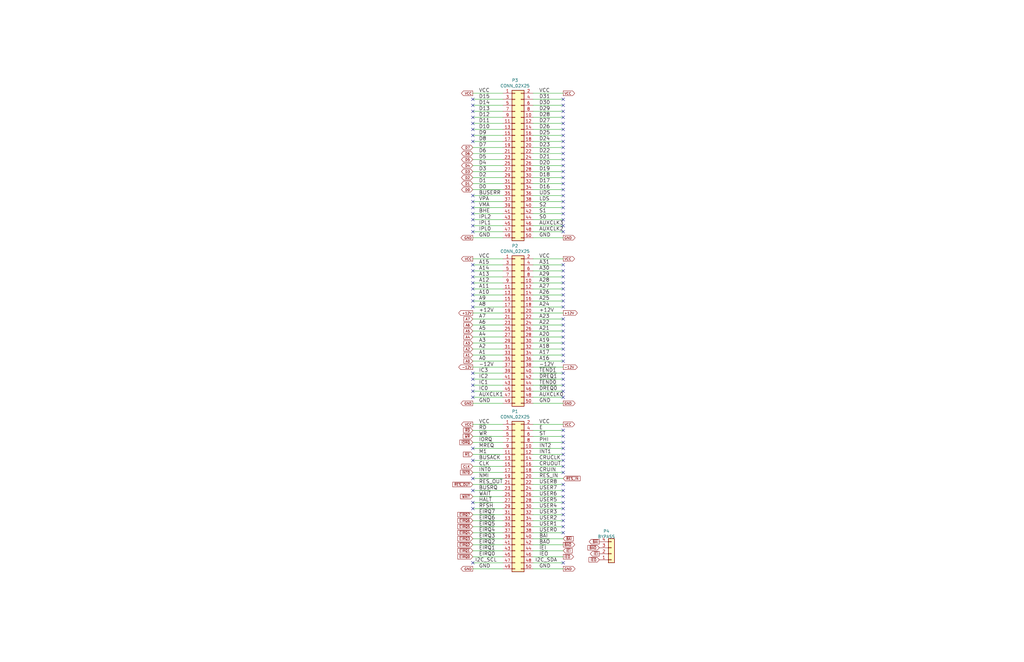
<source format=kicad_sch>
(kicad_sch (version 20211123) (generator eeschema)
  (paper "B")
  (lib_symbols
    (symbol "Connector_Generic:Conn_01x04" (pin_names (offset 1.016) hide)
      (property "Reference" "J" (at 0 5.08 0))
      (property "Value" "Conn_01x04" (at 0 -7.62 0))
      (symbol "Conn_01x04_1_1"
        (rectangle (start -1.27 -4.953) (end 0 -5.207) (stroke (width 0.1524)))
        (rectangle (start -1.27 -2.413) (end 0 -2.667) (stroke (width 0.1524)))
        (rectangle (start -1.27 0.127) (end 0 -0.127) (stroke (width 0.1524)))
        (rectangle (start -1.27 2.667) (end 0 2.413) (stroke (width 0.1524)))
        (rectangle (start -1.27 3.81) (end 1.27 -6.35) (stroke (width 0.254)) (fill (type background)))
        (pin passive line (at -5.08 2.54 0) (length 3.81) (name "Pin_1") (number "1"))
        (pin passive line (at -5.08 0 0) (length 3.81) (name "Pin_2") (number "2"))
        (pin passive line (at -5.08 -2.54 0) (length 3.81) (name "Pin_3") (number "3"))
        (pin passive line (at -5.08 -5.08 0) (length 3.81) (name "Pin_4") (number "4"))
      )
    )
    (symbol "Connector_Generic:Conn_02x25_Odd_Even" (pin_names (offset 1.016) hide)
      (property "Reference" "J" (at 1.27 33.02 0))
      (property "Value" "Conn_02x25_Odd_Even" (at 1.27 -33.02 0))
      (symbol "Conn_02x25_Odd_Even_1_1"
        (rectangle (start -1.27 -30.353) (end 0 -30.607) (stroke (width 0.1524)))
        (rectangle (start -1.27 -27.813) (end 0 -28.067) (stroke (width 0.1524)))
        (rectangle (start -1.27 -25.273) (end 0 -25.527) (stroke (width 0.1524)))
        (rectangle (start -1.27 -22.733) (end 0 -22.987) (stroke (width 0.1524)))
        (rectangle (start -1.27 -20.193) (end 0 -20.447) (stroke (width 0.1524)))
        (rectangle (start -1.27 -17.653) (end 0 -17.907) (stroke (width 0.1524)))
        (rectangle (start -1.27 -15.113) (end 0 -15.367) (stroke (width 0.1524)))
        (rectangle (start -1.27 -12.573) (end 0 -12.827) (stroke (width 0.1524)))
        (rectangle (start -1.27 -10.033) (end 0 -10.287) (stroke (width 0.1524)))
        (rectangle (start -1.27 -7.493) (end 0 -7.747) (stroke (width 0.1524)))
        (rectangle (start -1.27 -4.953) (end 0 -5.207) (stroke (width 0.1524)))
        (rectangle (start -1.27 -2.413) (end 0 -2.667) (stroke (width 0.1524)))
        (rectangle (start -1.27 0.127) (end 0 -0.127) (stroke (width 0.1524)))
        (rectangle (start -1.27 2.667) (end 0 2.413) (stroke (width 0.1524)))
        (rectangle (start -1.27 5.207) (end 0 4.953) (stroke (width 0.1524)))
        (rectangle (start -1.27 7.747) (end 0 7.493) (stroke (width 0.1524)))
        (rectangle (start -1.27 10.287) (end 0 10.033) (stroke (width 0.1524)))
        (rectangle (start -1.27 12.827) (end 0 12.573) (stroke (width 0.1524)))
        (rectangle (start -1.27 15.367) (end 0 15.113) (stroke (width 0.1524)))
        (rectangle (start -1.27 17.907) (end 0 17.653) (stroke (width 0.1524)))
        (rectangle (start -1.27 20.447) (end 0 20.193) (stroke (width 0.1524)))
        (rectangle (start -1.27 22.987) (end 0 22.733) (stroke (width 0.1524)))
        (rectangle (start -1.27 25.527) (end 0 25.273) (stroke (width 0.1524)))
        (rectangle (start -1.27 28.067) (end 0 27.813) (stroke (width 0.1524)))
        (rectangle (start -1.27 30.607) (end 0 30.353) (stroke (width 0.1524)))
        (rectangle (start -1.27 31.75) (end 3.81 -31.75) (stroke (width 0.254)) (fill (type background)))
        (rectangle (start 3.81 -30.353) (end 2.54 -30.607) (stroke (width 0.1524)))
        (rectangle (start 3.81 -27.813) (end 2.54 -28.067) (stroke (width 0.1524)))
        (rectangle (start 3.81 -25.273) (end 2.54 -25.527) (stroke (width 0.1524)))
        (rectangle (start 3.81 -22.733) (end 2.54 -22.987) (stroke (width 0.1524)))
        (rectangle (start 3.81 -20.193) (end 2.54 -20.447) (stroke (width 0.1524)))
        (rectangle (start 3.81 -17.653) (end 2.54 -17.907) (stroke (width 0.1524)))
        (rectangle (start 3.81 -15.113) (end 2.54 -15.367) (stroke (width 0.1524)))
        (rectangle (start 3.81 -12.573) (end 2.54 -12.827) (stroke (width 0.1524)))
        (rectangle (start 3.81 -10.033) (end 2.54 -10.287) (stroke (width 0.1524)))
        (rectangle (start 3.81 -7.493) (end 2.54 -7.747) (stroke (width 0.1524)))
        (rectangle (start 3.81 -4.953) (end 2.54 -5.207) (stroke (width 0.1524)))
        (rectangle (start 3.81 -2.413) (end 2.54 -2.667) (stroke (width 0.1524)))
        (rectangle (start 3.81 0.127) (end 2.54 -0.127) (stroke (width 0.1524)))
        (rectangle (start 3.81 2.667) (end 2.54 2.413) (stroke (width 0.1524)))
        (rectangle (start 3.81 5.207) (end 2.54 4.953) (stroke (width 0.1524)))
        (rectangle (start 3.81 7.747) (end 2.54 7.493) (stroke (width 0.1524)))
        (rectangle (start 3.81 10.287) (end 2.54 10.033) (stroke (width 0.1524)))
        (rectangle (start 3.81 12.827) (end 2.54 12.573) (stroke (width 0.1524)))
        (rectangle (start 3.81 15.367) (end 2.54 15.113) (stroke (width 0.1524)))
        (rectangle (start 3.81 17.907) (end 2.54 17.653) (stroke (width 0.1524)))
        (rectangle (start 3.81 20.447) (end 2.54 20.193) (stroke (width 0.1524)))
        (rectangle (start 3.81 22.987) (end 2.54 22.733) (stroke (width 0.1524)))
        (rectangle (start 3.81 25.527) (end 2.54 25.273) (stroke (width 0.1524)))
        (rectangle (start 3.81 28.067) (end 2.54 27.813) (stroke (width 0.1524)))
        (rectangle (start 3.81 30.607) (end 2.54 30.353) (stroke (width 0.1524)))
        (pin passive line (at -5.08 30.48 0) (length 3.81) (name "Pin_1") (number "1"))
        (pin passive line (at 7.62 20.32 180) (length 3.81) (name "Pin_10") (number "10"))
        (pin passive line (at -5.08 17.78 0) (length 3.81) (name "Pin_11") (number "11"))
        (pin passive line (at 7.62 17.78 180) (length 3.81) (name "Pin_12") (number "12"))
        (pin passive line (at -5.08 15.24 0) (length 3.81) (name "Pin_13") (number "13"))
        (pin passive line (at 7.62 15.24 180) (length 3.81) (name "Pin_14") (number "14"))
        (pin passive line (at -5.08 12.7 0) (length 3.81) (name "Pin_15") (number "15"))
        (pin passive line (at 7.62 12.7 180) (length 3.81) (name "Pin_16") (number "16"))
        (pin passive line (at -5.08 10.16 0) (length 3.81) (name "Pin_17") (number "17"))
        (pin passive line (at 7.62 10.16 180) (length 3.81) (name "Pin_18") (number "18"))
        (pin passive line (at -5.08 7.62 0) (length 3.81) (name "Pin_19") (number "19"))
        (pin passive line (at 7.62 30.48 180) (length 3.81) (name "Pin_2") (number "2"))
        (pin passive line (at 7.62 7.62 180) (length 3.81) (name "Pin_20") (number "20"))
        (pin passive line (at -5.08 5.08 0) (length 3.81) (name "Pin_21") (number "21"))
        (pin passive line (at 7.62 5.08 180) (length 3.81) (name "Pin_22") (number "22"))
        (pin passive line (at -5.08 2.54 0) (length 3.81) (name "Pin_23") (number "23"))
        (pin passive line (at 7.62 2.54 180) (length 3.81) (name "Pin_24") (number "24"))
        (pin passive line (at -5.08 0 0) (length 3.81) (name "Pin_25") (number "25"))
        (pin passive line (at 7.62 0 180) (length 3.81) (name "Pin_26") (number "26"))
        (pin passive line (at -5.08 -2.54 0) (length 3.81) (name "Pin_27") (number "27"))
        (pin passive line (at 7.62 -2.54 180) (length 3.81) (name "Pin_28") (number "28"))
        (pin passive line (at -5.08 -5.08 0) (length 3.81) (name "Pin_29") (number "29"))
        (pin passive line (at -5.08 27.94 0) (length 3.81) (name "Pin_3") (number "3"))
        (pin passive line (at 7.62 -5.08 180) (length 3.81) (name "Pin_30") (number "30"))
        (pin passive line (at -5.08 -7.62 0) (length 3.81) (name "Pin_31") (number "31"))
        (pin passive line (at 7.62 -7.62 180) (length 3.81) (name "Pin_32") (number "32"))
        (pin passive line (at -5.08 -10.16 0) (length 3.81) (name "Pin_33") (number "33"))
        (pin passive line (at 7.62 -10.16 180) (length 3.81) (name "Pin_34") (number "34"))
        (pin passive line (at -5.08 -12.7 0) (length 3.81) (name "Pin_35") (number "35"))
        (pin passive line (at 7.62 -12.7 180) (length 3.81) (name "Pin_36") (number "36"))
        (pin passive line (at -5.08 -15.24 0) (length 3.81) (name "Pin_37") (number "37"))
        (pin passive line (at 7.62 -15.24 180) (length 3.81) (name "Pin_38") (number "38"))
        (pin passive line (at -5.08 -17.78 0) (length 3.81) (name "Pin_39") (number "39"))
        (pin passive line (at 7.62 27.94 180) (length 3.81) (name "Pin_4") (number "4"))
        (pin passive line (at 7.62 -17.78 180) (length 3.81) (name "Pin_40") (number "40"))
        (pin passive line (at -5.08 -20.32 0) (length 3.81) (name "Pin_41") (number "41"))
        (pin passive line (at 7.62 -20.32 180) (length 3.81) (name "Pin_42") (number "42"))
        (pin passive line (at -5.08 -22.86 0) (length 3.81) (name "Pin_43") (number "43"))
        (pin passive line (at 7.62 -22.86 180) (length 3.81) (name "Pin_44") (number "44"))
        (pin passive line (at -5.08 -25.4 0) (length 3.81) (name "Pin_45") (number "45"))
        (pin passive line (at 7.62 -25.4 180) (length 3.81) (name "Pin_46") (number "46"))
        (pin passive line (at -5.08 -27.94 0) (length 3.81) (name "Pin_47") (number "47"))
        (pin passive line (at 7.62 -27.94 180) (length 3.81) (name "Pin_48") (number "48"))
        (pin passive line (at -5.08 -30.48 0) (length 3.81) (name "Pin_49") (number "49"))
        (pin passive line (at -5.08 25.4 0) (length 3.81) (name "Pin_5") (number "5"))
        (pin passive line (at 7.62 -30.48 180) (length 3.81) (name "Pin_50") (number "50"))
        (pin passive line (at 7.62 25.4 180) (length 3.81) (name "Pin_6") (number "6"))
        (pin passive line (at -5.08 22.86 0) (length 3.81) (name "Pin_7") (number "7"))
        (pin passive line (at 7.62 22.86 180) (length 3.81) (name "Pin_8") (number "8"))
        (pin passive line (at -5.08 20.32 0) (length 3.81) (name "Pin_9") (number "9"))
      )
    )
  )
  (no_connect (at 199.39 90.17))
  (no_connect (at 237.49 196.85))
  (no_connect (at 237.49 162.56))
  (no_connect (at 237.49 46.99))
  (no_connect (at 199.39 167.64))
  (no_connect (at 237.49 59.69))
  (no_connect (at 199.39 85.09))
  (no_connect (at 237.49 77.47))
  (no_connect (at 199.39 54.61))
  (no_connect (at 237.49 111.76))
  (no_connect (at 199.39 121.92))
  (no_connect (at 199.39 212.09))
  (no_connect (at 237.49 237.49))
  (no_connect (at 237.49 142.24))
  (no_connect (at 237.49 191.77))
  (no_connect (at 237.49 69.85))
  (no_connect (at 237.49 67.31))
  (no_connect (at 199.39 189.23))
  (no_connect (at 237.49 212.09))
  (no_connect (at 237.49 139.7))
  (no_connect (at 199.39 116.84))
  (no_connect (at 237.49 64.77))
  (no_connect (at 199.39 97.79))
  (no_connect (at 237.49 119.38))
  (no_connect (at 237.49 186.69))
  (no_connect (at 237.49 127))
  (no_connect (at 237.49 157.48))
  (no_connect (at 237.49 160.02))
  (no_connect (at 199.39 207.01))
  (no_connect (at 199.39 52.07))
  (no_connect (at 199.39 124.46))
  (no_connect (at 199.39 119.38))
  (no_connect (at 237.49 181.61))
  (no_connect (at 199.39 49.53))
  (no_connect (at 237.49 184.15))
  (no_connect (at 199.39 59.69))
  (no_connect (at 199.39 41.91))
  (no_connect (at 199.39 160.02))
  (no_connect (at 237.49 116.84))
  (no_connect (at 237.49 54.61))
  (no_connect (at 199.39 157.48))
  (no_connect (at 199.39 165.1))
  (no_connect (at 237.49 52.07))
  (no_connect (at 199.39 201.93))
  (no_connect (at 237.49 214.63))
  (no_connect (at 237.49 114.3))
  (no_connect (at 237.49 152.4))
  (no_connect (at 237.49 74.93))
  (no_connect (at 199.39 129.54))
  (no_connect (at 199.39 57.15))
  (no_connect (at 237.49 165.1))
  (no_connect (at 237.49 217.17))
  (no_connect (at 199.39 46.99))
  (no_connect (at 237.49 57.15))
  (no_connect (at 237.49 189.23))
  (no_connect (at 237.49 62.23))
  (no_connect (at 237.49 72.39))
  (no_connect (at 237.49 224.79))
  (no_connect (at 199.39 214.63))
  (no_connect (at 237.49 97.79))
  (no_connect (at 237.49 90.17))
  (no_connect (at 237.49 219.71))
  (no_connect (at 237.49 49.53))
  (no_connect (at 237.49 194.31))
  (no_connect (at 199.39 92.71))
  (no_connect (at 199.39 127))
  (no_connect (at 199.39 87.63))
  (no_connect (at 199.39 114.3))
  (no_connect (at 237.49 92.71))
  (no_connect (at 237.49 209.55))
  (no_connect (at 199.39 44.45))
  (no_connect (at 237.49 204.47))
  (no_connect (at 237.49 85.09))
  (no_connect (at 237.49 95.25))
  (no_connect (at 237.49 80.01))
  (no_connect (at 237.49 207.01))
  (no_connect (at 237.49 82.55))
  (no_connect (at 237.49 147.32))
  (no_connect (at 237.49 222.25))
  (no_connect (at 237.49 199.39))
  (no_connect (at 237.49 87.63))
  (no_connect (at 199.39 194.31))
  (no_connect (at 199.39 111.76))
  (no_connect (at 237.49 129.54))
  (no_connect (at 199.39 82.55))
  (no_connect (at 199.39 95.25))
  (no_connect (at 237.49 41.91))
  (no_connect (at 237.49 121.92))
  (no_connect (at 237.49 44.45))
  (no_connect (at 237.49 137.16))
  (no_connect (at 237.49 149.86))
  (no_connect (at 237.49 144.78))
  (no_connect (at 199.39 237.49))
  (no_connect (at 237.49 134.62))
  (no_connect (at 199.39 162.56))
  (no_connect (at 237.49 167.64))
  (no_connect (at 237.49 124.46))
  (wire (pts (xy 224.79 224.79) (xy 237.49 224.79)))
  (wire (pts (xy 199.39 224.79) (xy 212.09 224.79)))
  (wire (pts (xy 224.79 77.47) (xy 237.49 77.47)))
  (wire (pts (xy 199.39 54.61) (xy 212.09 54.61)))
  (wire (pts (xy 199.39 209.55) (xy 212.09 209.55)))
  (wire (pts (xy 224.79 207.01) (xy 237.49 207.01)))
  (wire (pts (xy 199.39 137.16) (xy 212.09 137.16)))
  (wire (pts (xy 199.39 49.53) (xy 212.09 49.53)))
  (wire (pts (xy 224.79 97.79) (xy 237.49 97.79)))
  (wire (pts (xy 237.49 194.31) (xy 224.79 194.31)))
  (wire (pts (xy 224.79 201.93) (xy 237.49 201.93)))
  (wire (pts (xy 224.79 209.55) (xy 237.49 209.55)))
  (wire (pts (xy 224.79 57.15) (xy 237.49 57.15)))
  (wire (pts (xy 199.39 240.03) (xy 212.09 240.03)))
  (wire (pts (xy 224.79 100.33) (xy 237.49 100.33)))
  (wire (pts (xy 199.39 67.31) (xy 212.09 67.31)))
  (wire (pts (xy 224.79 85.09) (xy 237.49 85.09)))
  (wire (pts (xy 224.79 142.24) (xy 237.49 142.24)))
  (wire (pts (xy 199.39 152.4) (xy 212.09 152.4)))
  (wire (pts (xy 212.09 160.02) (xy 199.39 160.02)))
  (wire (pts (xy 224.79 137.16) (xy 237.49 137.16)))
  (wire (pts (xy 212.09 85.09) (xy 199.39 85.09)))
  (wire (pts (xy 199.39 204.47) (xy 212.09 204.47)))
  (wire (pts (xy 224.79 80.01) (xy 237.49 80.01)))
  (wire (pts (xy 224.79 212.09) (xy 237.49 212.09)))
  (wire (pts (xy 199.39 74.93) (xy 212.09 74.93)))
  (wire (pts (xy 224.79 170.18) (xy 237.49 170.18)))
  (wire (pts (xy 199.39 149.86) (xy 212.09 149.86)))
  (wire (pts (xy 199.39 116.84) (xy 212.09 116.84)))
  (wire (pts (xy 199.39 227.33) (xy 212.09 227.33)))
  (wire (pts (xy 237.49 184.15) (xy 224.79 184.15)))
  (wire (pts (xy 199.39 134.62) (xy 212.09 134.62)))
  (wire (pts (xy 224.79 144.78) (xy 237.49 144.78)))
  (wire (pts (xy 224.79 124.46) (xy 237.49 124.46)))
  (wire (pts (xy 199.39 52.07) (xy 212.09 52.07)))
  (wire (pts (xy 199.39 199.39) (xy 212.09 199.39)))
  (wire (pts (xy 224.79 67.31) (xy 237.49 67.31)))
  (wire (pts (xy 237.49 95.25) (xy 224.79 95.25)))
  (wire (pts (xy 224.79 114.3) (xy 237.49 114.3)))
  (wire (pts (xy 199.39 41.91) (xy 212.09 41.91)))
  (wire (pts (xy 199.39 111.76) (xy 212.09 111.76)))
  (wire (pts (xy 199.39 44.45) (xy 212.09 44.45)))
  (wire (pts (xy 224.79 44.45) (xy 237.49 44.45)))
  (wire (pts (xy 199.39 59.69) (xy 212.09 59.69)))
  (wire (pts (xy 224.79 129.54) (xy 237.49 129.54)))
  (wire (pts (xy 224.79 147.32) (xy 237.49 147.32)))
  (wire (pts (xy 199.39 77.47) (xy 212.09 77.47)))
  (wire (pts (xy 199.39 191.77) (xy 212.09 191.77)))
  (wire (pts (xy 199.39 64.77) (xy 212.09 64.77)))
  (wire (pts (xy 199.39 62.23) (xy 212.09 62.23)))
  (wire (pts (xy 199.39 222.25) (xy 212.09 222.25)))
  (wire (pts (xy 224.79 204.47) (xy 237.49 204.47)))
  (wire (pts (xy 224.79 59.69) (xy 237.49 59.69)))
  (wire (pts (xy 224.79 87.63) (xy 237.49 87.63)))
  (wire (pts (xy 224.79 62.23) (xy 237.49 62.23)))
  (wire (pts (xy 224.79 219.71) (xy 237.49 219.71)))
  (wire (pts (xy 224.79 82.55) (xy 237.49 82.55)))
  (wire (pts (xy 212.09 90.17) (xy 199.39 90.17)))
  (wire (pts (xy 199.39 121.92) (xy 212.09 121.92)))
  (wire (pts (xy 224.79 69.85) (xy 237.49 69.85)))
  (wire (pts (xy 199.39 46.99) (xy 212.09 46.99)))
  (wire (pts (xy 224.79 196.85) (xy 237.49 196.85)))
  (wire (pts (xy 224.79 179.07) (xy 237.49 179.07)))
  (wire (pts (xy 224.79 157.48) (xy 237.49 157.48)))
  (wire (pts (xy 199.39 194.31) (xy 212.09 194.31)))
  (wire (pts (xy 224.79 222.25) (xy 237.49 222.25)))
  (wire (pts (xy 199.39 201.93) (xy 212.09 201.93)))
  (wire (pts (xy 199.39 179.07) (xy 212.09 179.07)))
  (wire (pts (xy 237.49 234.95) (xy 224.79 234.95)))
  (wire (pts (xy 224.79 154.94) (xy 237.49 154.94)))
  (wire (pts (xy 224.79 134.62) (xy 237.49 134.62)))
  (wire (pts (xy 224.79 92.71) (xy 237.49 92.71)))
  (wire (pts (xy 199.39 212.09) (xy 212.09 212.09)))
  (wire (pts (xy 199.39 119.38) (xy 212.09 119.38)))
  (wire (pts (xy 199.39 144.78) (xy 212.09 144.78)))
  (wire (pts (xy 237.49 191.77) (xy 224.79 191.77)))
  (wire (pts (xy 224.79 109.22) (xy 237.49 109.22)))
  (wire (pts (xy 224.79 121.92) (xy 237.49 121.92)))
  (wire (pts (xy 199.39 186.69) (xy 212.09 186.69)))
  (wire (pts (xy 237.49 181.61) (xy 224.79 181.61)))
  (wire (pts (xy 199.39 170.18) (xy 212.09 170.18)))
  (wire (pts (xy 199.39 219.71) (xy 212.09 219.71)))
  (wire (pts (xy 224.79 46.99) (xy 237.49 46.99)))
  (wire (pts (xy 199.39 196.85) (xy 212.09 196.85)))
  (wire (pts (xy 224.79 149.86) (xy 237.49 149.86)))
  (wire (pts (xy 199.39 234.95) (xy 212.09 234.95)))
  (wire (pts (xy 199.39 181.61) (xy 212.09 181.61)))
  (wire (pts (xy 237.49 189.23) (xy 224.79 189.23)))
  (wire (pts (xy 224.79 165.1) (xy 237.49 165.1)))
  (wire (pts (xy 199.39 129.54) (xy 212.09 129.54)))
  (wire (pts (xy 199.39 229.87) (xy 212.09 229.87)))
  (wire (pts (xy 224.79 240.03) (xy 237.49 240.03)))
  (wire (pts (xy 224.79 64.77) (xy 237.49 64.77)))
  (wire (pts (xy 199.39 127) (xy 212.09 127)))
  (wire (pts (xy 224.79 49.53) (xy 237.49 49.53)))
  (wire (pts (xy 224.79 72.39) (xy 237.49 72.39)))
  (wire (pts (xy 224.79 152.4) (xy 237.49 152.4)))
  (wire (pts (xy 199.39 57.15) (xy 212.09 57.15)))
  (wire (pts (xy 224.79 162.56) (xy 237.49 162.56)))
  (wire (pts (xy 224.79 74.93) (xy 237.49 74.93)))
  (wire (pts (xy 224.79 90.17) (xy 237.49 90.17)))
  (wire (pts (xy 212.09 82.55) (xy 199.39 82.55)))
  (wire (pts (xy 212.09 157.48) (xy 199.39 157.48)))
  (wire (pts (xy 224.79 139.7) (xy 237.49 139.7)))
  (wire (pts (xy 224.79 39.37) (xy 237.49 39.37)))
  (wire (pts (xy 212.09 87.63) (xy 199.39 87.63)))
  (wire (pts (xy 224.79 199.39) (xy 237.49 199.39)))
  (wire (pts (xy 224.79 111.76) (xy 237.49 111.76)))
  (wire (pts (xy 237.49 232.41) (xy 224.79 232.41)))
  (wire (pts (xy 224.79 52.07) (xy 237.49 52.07)))
  (wire (pts (xy 199.39 124.46) (xy 212.09 124.46)))
  (wire (pts (xy 237.49 237.49) (xy 224.79 237.49)))
  (wire (pts (xy 224.79 132.08) (xy 237.49 132.08)))
  (wire (pts (xy 224.79 217.17) (xy 237.49 217.17)))
  (wire (pts (xy 237.49 229.87) (xy 224.79 229.87)))
  (wire (pts (xy 199.39 167.64) (xy 212.09 167.64)))
  (wire (pts (xy 199.39 72.39) (xy 212.09 72.39)))
  (wire (pts (xy 199.39 142.24) (xy 212.09 142.24)))
  (wire (pts (xy 199.39 109.22) (xy 212.09 109.22)))
  (wire (pts (xy 199.39 132.08) (xy 212.09 132.08)))
  (wire (pts (xy 199.39 189.23) (xy 212.09 189.23)))
  (wire (pts (xy 224.79 116.84) (xy 237.49 116.84)))
  (wire (pts (xy 199.39 214.63) (xy 212.09 214.63)))
  (wire (pts (xy 199.39 217.17) (xy 212.09 217.17)))
  (wire (pts (xy 199.39 154.94) (xy 212.09 154.94)))
  (wire (pts (xy 199.39 39.37) (xy 212.09 39.37)))
  (wire (pts (xy 199.39 147.32) (xy 212.09 147.32)))
  (wire (pts (xy 224.79 167.64) (xy 237.49 167.64)))
  (wire (pts (xy 199.39 100.33) (xy 212.09 100.33)))
  (wire (pts (xy 237.49 227.33) (xy 224.79 227.33)))
  (wire (pts (xy 212.09 97.79) (xy 199.39 97.79)))
  (wire (pts (xy 224.79 41.91) (xy 237.49 41.91)))
  (wire (pts (xy 199.39 232.41) (xy 212.09 232.41)))
  (wire (pts (xy 212.09 165.1) (xy 199.39 165.1)))
  (wire (pts (xy 237.49 186.69) (xy 224.79 186.69)))
  (wire (pts (xy 199.39 114.3) (xy 212.09 114.3)))
  (wire (pts (xy 224.79 127) (xy 237.49 127)))
  (wire (pts (xy 199.39 80.01) (xy 212.09 80.01)))
  (wire (pts (xy 199.39 139.7) (xy 212.09 139.7)))
  (wire (pts (xy 199.39 69.85) (xy 212.09 69.85)))
  (wire (pts (xy 212.09 237.49) (xy 199.39 237.49)))
  (wire (pts (xy 224.79 160.02) (xy 237.49 160.02)))
  (wire (pts (xy 212.09 92.71) (xy 199.39 92.71)))
  (wire (pts (xy 224.79 214.63) (xy 237.49 214.63)))
  (wire (pts (xy 199.39 207.01) (xy 212.09 207.01)))
  (wire (pts (xy 212.09 95.25) (xy 199.39 95.25)))
  (wire (pts (xy 224.79 119.38) (xy 237.49 119.38)))
  (wire (pts (xy 212.09 162.56) (xy 199.39 162.56)))
  (wire (pts (xy 224.79 54.61) (xy 237.49 54.61)))
  (wire (pts (xy 199.39 184.15) (xy 212.09 184.15)))
  (label "A7" (at 201.93 134.62 0) (effects (font (size 1.524 1.524))))
  (label "VCC" (at 201.93 179.07 0) (effects (font (size 1.524 1.524))))
  (label "~{BHE}" (at 201.93 90.17 0) (effects (font (size 1.524 1.524))))
  (label "D4" (at 201.93 69.85 0) (effects (font (size 1.524 1.524))))
  (label "A5" (at 201.93 139.7 0) (effects (font (size 1.524 1.524))))
  (label "~{RES_OUT}" (at 201.93 204.47 0) (effects (font (size 1.524 1.524))))
  (label "IPL1" (at 201.93 95.25 0) (effects (font (size 1.524 1.524))))
  (label "UDS" (at 227.33 82.55 0) (effects (font (size 1.524 1.524))))
  (label "~{INT2}" (at 227.33 189.23 0) (effects (font (size 1.524 1.524))))
  (label "VCC" (at 227.33 179.07 0) (effects (font (size 1.524 1.524))))
  (label "IC2" (at 201.93 160.02 0) (effects (font (size 1.524 1.524))))
  (label "USER0" (at 227.33 224.79 0) (effects (font (size 1.524 1.524))))
  (label "VCC" (at 227.33 39.37 0) (effects (font (size 1.524 1.524))))
  (label "A9" (at 201.93 127 0) (effects (font (size 1.524 1.524))))
  (label "D9" (at 201.93 57.15 0) (effects (font (size 1.524 1.524))))
  (label "GND" (at 227.33 100.33 0) (effects (font (size 1.524 1.524))))
  (label "D23" (at 227.33 62.23 0) (effects (font (size 1.524 1.524))))
  (label "D15" (at 201.93 41.91 0) (effects (font (size 1.524 1.524))))
  (label "~{IEI}" (at 227.33 232.41 0) (effects (font (size 1.524 1.524))))
  (label "A6" (at 201.93 137.16 0) (effects (font (size 1.524 1.524))))
  (label "D0" (at 201.93 80.01 0) (effects (font (size 1.524 1.524))))
  (label "GND" (at 201.93 240.03 0) (effects (font (size 1.524 1.524))))
  (label "IPL0" (at 201.93 97.79 0) (effects (font (size 1.524 1.524))))
  (label "D16" (at 227.33 80.01 0) (effects (font (size 1.524 1.524))))
  (label "~{VPA}" (at 201.93 85.09 0) (effects (font (size 1.524 1.524))))
  (label "I2C_SCL" (at 209.55 237.49 180) (effects (font (size 1.524 1.524))))
  (label "~{NMI}" (at 201.93 201.93 0) (effects (font (size 1.524 1.524))))
  (label "~{MREQ}" (at 201.93 189.23 0) (effects (font (size 1.524 1.524))))
  (label "USER6" (at 227.33 209.55 0) (effects (font (size 1.524 1.524))))
  (label "A3" (at 201.93 144.78 0) (effects (font (size 1.524 1.524))))
  (label "A4" (at 201.93 142.24 0) (effects (font (size 1.524 1.524))))
  (label "A23" (at 227.33 134.62 0) (effects (font (size 1.524 1.524))))
  (label "D25" (at 227.33 57.15 0) (effects (font (size 1.524 1.524))))
  (label "D7" (at 201.93 62.23 0) (effects (font (size 1.524 1.524))))
  (label "VCC" (at 227.33 109.22 0) (effects (font (size 1.524 1.524))))
  (label "+12V" (at 227.33 132.08 0) (effects (font (size 1.524 1.524))))
  (label "~{BAO}" (at 227.33 229.87 0) (effects (font (size 1.524 1.524))))
  (label "A14" (at 201.93 114.3 0) (effects (font (size 1.524 1.524))))
  (label "GND" (at 227.33 170.18 0) (effects (font (size 1.524 1.524))))
  (label "D26" (at 227.33 54.61 0) (effects (font (size 1.524 1.524))))
  (label "D6" (at 201.93 64.77 0) (effects (font (size 1.524 1.524))))
  (label "~{INT0}" (at 201.93 199.39 0) (effects (font (size 1.524 1.524))))
  (label "S0" (at 227.33 92.71 0) (effects (font (size 1.524 1.524))))
  (label "A24" (at 227.33 129.54 0) (effects (font (size 1.524 1.524))))
  (label "A28" (at 227.33 119.38 0) (effects (font (size 1.524 1.524))))
  (label "A20" (at 227.33 142.24 0) (effects (font (size 1.524 1.524))))
  (label "~{RD}" (at 201.93 181.61 0) (effects (font (size 1.524 1.524))))
  (label "A21" (at 227.33 139.7 0) (effects (font (size 1.524 1.524))))
  (label "A29" (at 227.33 116.84 0) (effects (font (size 1.524 1.524))))
  (label "AUXCLK3" (at 227.33 95.25 0) (effects (font (size 1.524 1.524))))
  (label "~{DREQ1}" (at 227.33 160.02 0) (effects (font (size 1.524 1.524))))
  (label "D13" (at 201.93 46.99 0) (effects (font (size 1.524 1.524))))
  (label "~{EIRQ0}" (at 201.93 234.95 0) (effects (font (size 1.524 1.524))))
  (label "A1" (at 201.93 149.86 0) (effects (font (size 1.524 1.524))))
  (label "VCC" (at 201.93 109.22 0) (effects (font (size 1.524 1.524))))
  (label "A8" (at 201.93 129.54 0) (effects (font (size 1.524 1.524))))
  (label "A25" (at 227.33 127 0) (effects (font (size 1.524 1.524))))
  (label "A13" (at 201.93 116.84 0) (effects (font (size 1.524 1.524))))
  (label "+12V" (at 201.93 132.08 0) (effects (font (size 1.524 1.524))))
  (label "D18" (at 227.33 74.93 0) (effects (font (size 1.524 1.524))))
  (label "D24" (at 227.33 59.69 0) (effects (font (size 1.524 1.524))))
  (label "~{M1}" (at 201.93 191.77 0) (effects (font (size 1.524 1.524))))
  (label "~{RFSH}" (at 201.93 214.63 0) (effects (font (size 1.524 1.524))))
  (label "USER4" (at 227.33 214.63 0) (effects (font (size 1.524 1.524))))
  (label "PHI" (at 227.33 186.69 0) (effects (font (size 1.524 1.524))))
  (label "~{BUSERR}" (at 201.93 82.55 0) (effects (font (size 1.524 1.524))))
  (label "AUXCLK0" (at 227.33 167.64 0) (effects (font (size 1.524 1.524))))
  (label "~{IEO}" (at 227.33 234.95 0) (effects (font (size 1.524 1.524))))
  (label "~{HALT}" (at 201.93 212.09 0) (effects (font (size 1.524 1.524))))
  (label "I2C_SDA" (at 234.95 237.49 180) (effects (font (size 1.524 1.524))))
  (label "USER8" (at 227.33 204.47 0) (effects (font (size 1.524 1.524))))
  (label "~{EIRQ4}" (at 201.93 224.79 0) (effects (font (size 1.524 1.524))))
  (label "A16" (at 227.33 152.4 0) (effects (font (size 1.524 1.524))))
  (label "A2" (at 201.93 147.32 0) (effects (font (size 1.524 1.524))))
  (label "A31" (at 227.33 111.76 0) (effects (font (size 1.524 1.524))))
  (label "~{TEND1}" (at 227.33 157.48 0) (effects (font (size 1.524 1.524))))
  (label "AUXCLK1" (at 201.93 167.64 0) (effects (font (size 1.524 1.524))))
  (label "D3" (at 201.93 72.39 0) (effects (font (size 1.524 1.524))))
  (label "D19" (at 227.33 72.39 0) (effects (font (size 1.524 1.524))))
  (label "~{WR}" (at 201.93 184.15 0) (effects (font (size 1.524 1.524))))
  (label "A10" (at 201.93 124.46 0) (effects (font (size 1.524 1.524))))
  (label "E" (at 227.33 181.61 0) (effects (font (size 1.524 1.524))))
  (label "ST" (at 227.33 184.15 0) (effects (font (size 1.524 1.524))))
  (label "A18" (at 227.33 147.32 0) (effects (font (size 1.524 1.524))))
  (label "A15" (at 201.93 111.76 0) (effects (font (size 1.524 1.524))))
  (label "A0" (at 201.93 152.4 0) (effects (font (size 1.524 1.524))))
  (label "LDS" (at 227.33 85.09 0) (effects (font (size 1.524 1.524))))
  (label "D12" (at 201.93 49.53 0) (effects (font (size 1.524 1.524))))
  (label "IC1" (at 201.93 162.56 0) (effects (font (size 1.524 1.524))))
  (label "~{BUSACK}" (at 201.93 194.31 0) (effects (font (size 1.524 1.524))))
  (label "A19" (at 227.33 144.78 0) (effects (font (size 1.524 1.524))))
  (label "AUXCLK2" (at 227.33 97.79 0) (effects (font (size 1.524 1.524))))
  (label "GND" (at 227.33 240.03 0) (effects (font (size 1.524 1.524))))
  (label "D1" (at 201.93 77.47 0) (effects (font (size 1.524 1.524))))
  (label "S1" (at 227.33 90.17 0) (effects (font (size 1.524 1.524))))
  (label "~{WAIT}" (at 201.93 209.55 0) (effects (font (size 1.524 1.524))))
  (label "~{EIRQ2}" (at 201.93 229.87 0) (effects (font (size 1.524 1.524))))
  (label "CRUIN" (at 227.33 199.39 0) (effects (font (size 1.524 1.524))))
  (label "-12V" (at 201.93 154.94 0) (effects (font (size 1.524 1.524))))
  (label "D22" (at 227.33 64.77 0) (effects (font (size 1.524 1.524))))
  (label "~{IORQ}" (at 201.93 186.69 0) (effects (font (size 1.524 1.524))))
  (label "~{EIRQ5}" (at 201.93 222.25 0) (effects (font (size 1.524 1.524))))
  (label "CRUCLK" (at 227.33 194.31 0) (effects (font (size 1.524 1.524))))
  (label "D8" (at 201.93 59.69 0) (effects (font (size 1.524 1.524))))
  (label "D14" (at 201.93 44.45 0) (effects (font (size 1.524 1.524))))
  (label "D11" (at 201.93 52.07 0) (effects (font (size 1.524 1.524))))
  (label "A17" (at 227.33 149.86 0) (effects (font (size 1.524 1.524))))
  (label "A26" (at 227.33 124.46 0) (effects (font (size 1.524 1.524))))
  (label "A12" (at 201.93 119.38 0) (effects (font (size 1.524 1.524))))
  (label "~{INT1}" (at 227.33 191.77 0) (effects (font (size 1.524 1.524))))
  (label "~{EIRQ6}" (at 201.93 219.71 0) (effects (font (size 1.524 1.524))))
  (label "CLK" (at 201.93 196.85 0) (effects (font (size 1.524 1.524))))
  (label "S2" (at 227.33 87.63 0) (effects (font (size 1.524 1.524))))
  (label "D30" (at 227.33 44.45 0) (effects (font (size 1.524 1.524))))
  (label "A30" (at 227.33 114.3 0) (effects (font (size 1.524 1.524))))
  (label "~{RES_IN}" (at 227.33 201.93 0) (effects (font (size 1.524 1.524))))
  (label "D31" (at 227.33 41.91 0) (effects (font (size 1.524 1.524))))
  (label "D28" (at 227.33 49.53 0) (effects (font (size 1.524 1.524))))
  (label "D2" (at 201.93 74.93 0) (effects (font (size 1.524 1.524))))
  (label "D29" (at 227.33 46.99 0) (effects (font (size 1.524 1.524))))
  (label "USER5" (at 227.33 212.09 0) (effects (font (size 1.524 1.524))))
  (label "~{BUSRQ}" (at 201.93 207.01 0) (effects (font (size 1.524 1.524))))
  (label "GND" (at 201.93 170.18 0) (effects (font (size 1.524 1.524))))
  (label "~{EIRQ1}" (at 201.93 232.41 0) (effects (font (size 1.524 1.524))))
  (label "A27" (at 227.33 121.92 0) (effects (font (size 1.524 1.524))))
  (label "~{DREQ0}" (at 227.33 165.1 0) (effects (font (size 1.524 1.524))))
  (label "-12V" (at 227.33 154.94 0) (effects (font (size 1.524 1.524))))
  (label "IC3" (at 201.93 157.48 0) (effects (font (size 1.524 1.524))))
  (label "D27" (at 227.33 52.07 0) (effects (font (size 1.524 1.524))))
  (label "USER7" (at 227.33 207.01 0) (effects (font (size 1.524 1.524))))
  (label "D10" (at 201.93 54.61 0) (effects (font (size 1.524 1.524))))
  (label "D21" (at 227.33 67.31 0) (effects (font (size 1.524 1.524))))
  (label "~{VMA}" (at 201.93 87.63 0) (effects (font (size 1.524 1.524))))
  (label "D17" (at 227.33 77.47 0) (effects (font (size 1.524 1.524))))
  (label "A22" (at 227.33 137.16 0) (effects (font (size 1.524 1.524))))
  (label "~{BAI}" (at 227.33 227.33 0) (effects (font (size 1.524 1.524))))
  (label "USER2" (at 227.33 219.71 0) (effects (font (size 1.524 1.524))))
  (label "VCC" (at 201.93 39.37 0) (effects (font (size 1.524 1.524))))
  (label "CRUOUT" (at 227.33 196.85 0) (effects (font (size 1.524 1.524))))
  (label "GND" (at 201.93 100.33 0) (effects (font (size 1.524 1.524))))
  (label "D20" (at 227.33 69.85 0) (effects (font (size 1.524 1.524))))
  (label "~{TEND0}" (at 227.33 162.56 0) (effects (font (size 1.524 1.524))))
  (label "~{EIRQ3}" (at 201.93 227.33 0) (effects (font (size 1.524 1.524))))
  (label "~{EIRQ7}" (at 201.93 217.17 0) (effects (font (size 1.524 1.524))))
  (label "USER3" (at 227.33 217.17 0) (effects (font (size 1.524 1.524))))
  (label "IPL2" (at 201.93 92.71 0) (effects (font (size 1.524 1.524))))
  (label "A11" (at 201.93 121.92 0) (effects (font (size 1.524 1.524))))
  (label "D5" (at 201.93 67.31 0) (effects (font (size 1.524 1.524))))
  (label "IC0" (at 201.93 165.1 0) (effects (font (size 1.524 1.524))))
  (label "USER1" (at 227.33 222.25 0) (effects (font (size 1.524 1.524))))
  (global_label "~{EIRQ4}" (shape input) (at 199.39 224.79 180) (effects (font (size 1.016 1.016))) (property "Intersheet References" "${INTERSHEET_REFS}" (effects hide)))
  (global_label "GND" (shape output) (at 199.39 100.33 180) (effects (font (size 1.016 1.016))) (property "Intersheet References" "${INTERSHEET_REFS}" (effects hide)))
  (global_label "VCC" (shape output) (at 199.39 179.07 180) (effects (font (size 1.016 1.016))) (property "Intersheet References" "${INTERSHEET_REFS}" (effects hide)))
  (global_label "GND" (shape output) (at 237.49 100.33 0) (effects (font (size 1.016 1.016))) (property "Intersheet References" "${INTERSHEET_REFS}" (effects hide)))
  (global_label "~{BAI}" (shape input) (at 237.49 227.33 0) (effects (font (size 1.016 1.016))) (property "Intersheet References" "${INTERSHEET_REFS}" (effects hide)))
  (global_label "VCC" (shape output) (at 199.39 39.37 180) (effects (font (size 1.016 1.016))) (property "Intersheet References" "${INTERSHEET_REFS}" (effects hide)))
  (global_label "~{EIRQ6}" (shape input) (at 199.39 219.71 180) (effects (font (size 1.016 1.016))) (property "Intersheet References" "${INTERSHEET_REFS}" (effects hide)))
  (global_label "~{EIRQ1}" (shape input) (at 199.39 232.41 180) (effects (font (size 1.016 1.016))) (property "Intersheet References" "${INTERSHEET_REFS}" (effects hide)))
  (global_label "A0" (shape input) (at 199.39 152.4 180) (effects (font (size 1.016 1.016))) (property "Intersheet References" "${INTERSHEET_REFS}" (effects hide)))
  (global_label "~{INT0}" (shape input) (at 199.39 199.39 180) (effects (font (size 1.016 1.016))) (property "Intersheet References" "${INTERSHEET_REFS}" (effects hide)))
  (global_label "+12V" (shape output) (at 199.39 132.08 180) (effects (font (size 1.016 1.016))) (property "Intersheet References" "${INTERSHEET_REFS}" (effects hide)))
  (global_label "D7" (shape bidirectional) (at 199.39 62.23 180) (effects (font (size 1.016 1.016))) (property "Intersheet References" "${INTERSHEET_REFS}" (effects hide)))
  (global_label "A4" (shape input) (at 199.39 142.24 180) (effects (font (size 1.016 1.016))) (property "Intersheet References" "${INTERSHEET_REFS}" (effects hide)))
  (global_label "A5" (shape input) (at 199.39 139.7 180) (effects (font (size 1.016 1.016))) (property "Intersheet References" "${INTERSHEET_REFS}" (effects hide)))
  (global_label "CLK" (shape input) (at 199.39 196.85 180) (effects (font (size 1.016 1.016))) (property "Intersheet References" "${INTERSHEET_REFS}" (effects hide)))
  (global_label "~{BAO}" (shape input) (at 252.73 231.14 180) (effects (font (size 1.016 1.016))) (property "Intersheet References" "${INTERSHEET_REFS}" (effects hide)))
  (global_label "~{WR}" (shape input) (at 199.39 184.15 180) (effects (font (size 1.016 1.016))) (property "Intersheet References" "${INTERSHEET_REFS}" (effects hide)))
  (global_label "~{IEI}" (shape output) (at 252.73 233.68 180) (effects (font (size 1.016 1.016))) (property "Intersheet References" "${INTERSHEET_REFS}" (effects hide)))
  (global_label "+12V" (shape output) (at 237.49 132.08 0) (effects (font (size 1.016 1.016))) (property "Intersheet References" "${INTERSHEET_REFS}" (effects hide)))
  (global_label "GND" (shape output) (at 199.39 170.18 180) (effects (font (size 1.016 1.016))) (property "Intersheet References" "${INTERSHEET_REFS}" (effects hide)))
  (global_label "A3" (shape input) (at 199.39 144.78 180) (effects (font (size 1.016 1.016))) (property "Intersheet References" "${INTERSHEET_REFS}" (effects hide)))
  (global_label "~{RD}" (shape input) (at 199.39 181.61 180) (effects (font (size 1.016 1.016))) (property "Intersheet References" "${INTERSHEET_REFS}" (effects hide)))
  (global_label "~{RES_IN}" (shape input) (at 237.49 201.93 0) (effects (font (size 1.016 1.016))) (property "Intersheet References" "${INTERSHEET_REFS}" (effects hide)))
  (global_label "-12V" (shape output) (at 237.49 154.94 0) (effects (font (size 1.016 1.016))) (property "Intersheet References" "${INTERSHEET_REFS}" (effects hide)))
  (global_label "~{IEO}" (shape output) (at 237.49 234.95 0) (effects (font (size 1.016 1.016))) (property "Intersheet References" "${INTERSHEET_REFS}" (effects hide)))
  (global_label "A2" (shape input) (at 199.39 147.32 180) (effects (font (size 1.016 1.016))) (property "Intersheet References" "${INTERSHEET_REFS}" (effects hide)))
  (global_label "~{RES_OUT}" (shape input) (at 199.39 204.47 180) (effects (font (size 1.016 1.016))) (property "Intersheet References" "${INTERSHEET_REFS}" (effects hide)))
  (global_label "VCC" (shape output) (at 199.39 109.22 180) (effects (font (size 1.016 1.016))) (property "Intersheet References" "${INTERSHEET_REFS}" (effects hide)))
  (global_label "D2" (shape bidirectional) (at 199.39 74.93 180) (effects (font (size 1.016 1.016))) (property "Intersheet References" "${INTERSHEET_REFS}" (effects hide)))
  (global_label "A1" (shape input) (at 199.39 149.86 180) (effects (font (size 1.016 1.016))) (property "Intersheet References" "${INTERSHEET_REFS}" (effects hide)))
  (global_label "~{IORQ}" (shape input) (at 199.39 186.69 180) (effects (font (size 1.016 1.016))) (property "Intersheet References" "${INTERSHEET_REFS}" (effects hide)))
  (global_label "GND" (shape output) (at 237.49 170.18 0) (effects (font (size 1.016 1.016))) (property "Intersheet References" "${INTERSHEET_REFS}" (effects hide)))
  (global_label "~{M1}" (shape input) (at 199.39 191.77 180) (effects (font (size 1.016 1.016))) (property "Intersheet References" "${INTERSHEET_REFS}" (effects hide)))
  (global_label "D0" (shape bidirectional) (at 199.39 80.01 180) (effects (font (size 1.016 1.016))) (property "Intersheet References" "${INTERSHEET_REFS}" (effects hide)))
  (global_label "D1" (shape bidirectional) (at 199.39 77.47 180) (effects (font (size 1.016 1.016))) (property "Intersheet References" "${INTERSHEET_REFS}" (effects hide)))
  (global_label "VCC" (shape output) (at 237.49 109.22 0) (effects (font (size 1.016 1.016))) (property "Intersheet References" "${INTERSHEET_REFS}" (effects hide)))
  (global_label "D4" (shape bidirectional) (at 199.39 69.85 180) (effects (font (size 1.016 1.016))) (property "Intersheet References" "${INTERSHEET_REFS}" (effects hide)))
  (global_label "D3" (shape bidirectional) (at 199.39 72.39 180) (effects (font (size 1.016 1.016))) (property "Intersheet References" "${INTERSHEET_REFS}" (effects hide)))
  (global_label "-12V" (shape output) (at 199.39 154.94 180) (effects (font (size 1.016 1.016))) (property "Intersheet References" "${INTERSHEET_REFS}" (effects hide)))
  (global_label "VCC" (shape output) (at 237.49 179.07 0) (effects (font (size 1.016 1.016))) (property "Intersheet References" "${INTERSHEET_REFS}" (effects hide)))
  (global_label "~{EIRQ3}" (shape input) (at 199.39 227.33 180) (effects (font (size 1.016 1.016))) (property "Intersheet References" "${INTERSHEET_REFS}" (effects hide)))
  (global_label "~{EIRQ0}" (shape input) (at 199.39 234.95 180) (effects (font (size 1.016 1.016))) (property "Intersheet References" "${INTERSHEET_REFS}" (effects hide)))
  (global_label "~{IEO}" (shape input) (at 252.73 236.22 180) (effects (font (size 1.016 1.016))) (property "Intersheet References" "${INTERSHEET_REFS}" (effects hide)))
  (global_label "VCC" (shape output) (at 237.49 39.37 0) (effects (font (size 1.016 1.016))) (property "Intersheet References" "${INTERSHEET_REFS}" (effects hide)))
  (global_label "~{EIRQ5}" (shape input) (at 199.39 222.25 180) (effects (font (size 1.016 1.016))) (property "Intersheet References" "${INTERSHEET_REFS}" (effects hide)))
  (global_label "~{BAO}" (shape output) (at 237.49 229.87 0) (effects (font (size 1.016 1.016))) (property "Intersheet References" "${INTERSHEET_REFS}" (effects hide)))
  (global_label "D5" (shape bidirectional) (at 199.39 67.31 180) (effects (font (size 1.016 1.016))) (property "Intersheet References" "${INTERSHEET_REFS}" (effects hide)))
  (global_label "GND" (shape output) (at 199.39 240.03 180) (effects (font (size 1.016 1.016))) (property "Intersheet References" "${INTERSHEET_REFS}" (effects hide)))
  (global_label "~{EIRQ7}" (shape input) (at 199.39 217.17 180) (effects (font (size 1.016 1.016))) (property "Intersheet References" "${INTERSHEET_REFS}" (effects hide)))
  (global_label "A6" (shape input) (at 199.39 137.16 180) (effects (font (size 1.016 1.016))) (property "Intersheet References" "${INTERSHEET_REFS}" (effects hide)))
  (global_label "~{WAIT}" (shape input) (at 199.39 209.55 180) (effects (font (size 1.016 1.016))) (property "Intersheet References" "${INTERSHEET_REFS}" (effects hide)))
  (global_label "~{BAI}" (shape output) (at 252.73 228.6 180) (effects (font (size 1.016 1.016))) (property "Intersheet References" "${INTERSHEET_REFS}" (effects hide)))
  (global_label "~{IEI}" (shape input) (at 237.49 232.41 0) (effects (font (size 1.016 1.016))) (property "Intersheet References" "${INTERSHEET_REFS}" (effects hide)))
  (global_label "D6" (shape bidirectional) (at 199.39 64.77 180) (effects (font (size 1.016 1.016))) (property "Intersheet References" "${INTERSHEET_REFS}" (effects hide)))
  (global_label "GND" (shape output) (at 237.49 240.03 0) (effects (font (size 1.016 1.016))) (property "Intersheet References" "${INTERSHEET_REFS}" (effects hide)))
  (global_label "~{EIRQ2}" (shape input) (at 199.39 229.87 180) (effects (font (size 1.016 1.016))) (property "Intersheet References" "${INTERSHEET_REFS}" (effects hide)))
  (global_label "A7" (shape input) (at 199.39 134.62 180) (effects (font (size 1.016 1.016))) (property "Intersheet References" "${INTERSHEET_REFS}" (effects hide)))
  (symbol (lib_id "Connector_Generic:Conn_01x04") (at 257.81 233.68 0) (mirror x) (unit 1)
    (property "Reference" "P4" (at 255.7018 224.155 0))
    (property "Value" "BYPASS" (at 255.7018 226.4664 0))
    (property "Footprint" "Connector_PinHeader_2.54mm:PinHeader_1x04_P2.54mm_Vertical" (effects hide))
  )
  (symbol (lib_id "Connector_Generic:Conn_02x25_Odd_Even") (at 217.17 209.55 0) (unit 1)
    (property "Reference" "P1" (at 217.17 173.609 0))
    (property "Value" "CONN_02X25" (at 217.17 175.9204 0))
    (property "Footprint" "Connector_IDC:IDC-Header_2x25_P2.54mm_Horizontal" (effects hide))
  )
  (symbol (lib_id "Connector_Generic:Conn_02x25_Odd_Even") (at 217.17 139.7 0) (unit 1)
    (property "Reference" "P2" (at 217.17 103.759 0))
    (property "Value" "CONN_02X25" (at 217.17 106.0704 0))
    (property "Footprint" "Connector_IDC:IDC-Header_2x25_P2.54mm_Horizontal" (effects hide))
  )
  (symbol (lib_id "Connector_Generic:Conn_02x25_Odd_Even") (at 217.17 69.85 0) (unit 1)
    (property "Reference" "P3" (at 217.17 33.909 0))
    (property "Value" "CONN_02X25" (at 217.17 36.2204 0))
    (property "Footprint" "Connector_IDC:IDC-Header_2x25_P2.54mm_Horizontal" (effects hide))
  )
)
</source>
